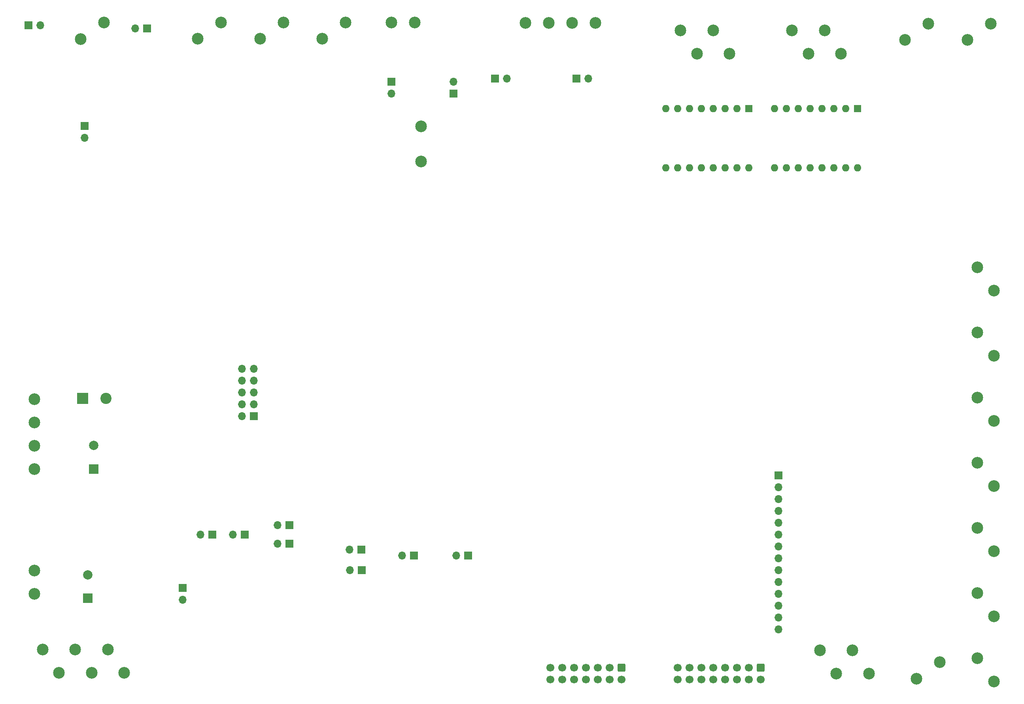
<source format=gbs>
G04 #@! TF.GenerationSoftware,KiCad,Pcbnew,6.0.7-f9a2dced07~116~ubuntu22.04.1*
G04 #@! TF.CreationDate,2022-08-10T15:47:32+03:00*
G04 #@! TF.ProjectId,Wirebonder,57697265-626f-46e6-9465-722e6b696361,rev?*
G04 #@! TF.SameCoordinates,Original*
G04 #@! TF.FileFunction,Soldermask,Bot*
G04 #@! TF.FilePolarity,Negative*
%FSLAX46Y46*%
G04 Gerber Fmt 4.6, Leading zero omitted, Abs format (unit mm)*
G04 Created by KiCad (PCBNEW 6.0.7-f9a2dced07~116~ubuntu22.04.1) date 2022-08-10 15:47:32*
%MOMM*%
%LPD*%
G01*
G04 APERTURE LIST*
G04 Aperture macros list*
%AMRoundRect*
0 Rectangle with rounded corners*
0 $1 Rounding radius*
0 $2 $3 $4 $5 $6 $7 $8 $9 X,Y pos of 4 corners*
0 Add a 4 corners polygon primitive as box body*
4,1,4,$2,$3,$4,$5,$6,$7,$8,$9,$2,$3,0*
0 Add four circle primitives for the rounded corners*
1,1,$1+$1,$2,$3*
1,1,$1+$1,$4,$5*
1,1,$1+$1,$6,$7*
1,1,$1+$1,$8,$9*
0 Add four rect primitives between the rounded corners*
20,1,$1+$1,$2,$3,$4,$5,0*
20,1,$1+$1,$4,$5,$6,$7,0*
20,1,$1+$1,$6,$7,$8,$9,0*
20,1,$1+$1,$8,$9,$2,$3,0*%
G04 Aperture macros list end*
%ADD10C,2.500000*%
%ADD11R,1.700000X1.700000*%
%ADD12O,1.700000X1.700000*%
%ADD13RoundRect,0.250000X-0.600000X0.600000X-0.600000X-0.600000X0.600000X-0.600000X0.600000X0.600000X0*%
%ADD14C,1.700000*%
%ADD15R,2.000000X2.000000*%
%ADD16C,2.000000*%
%ADD17R,1.600000X1.600000*%
%ADD18O,1.600000X1.600000*%
%ADD19R,2.400000X2.400000*%
%ADD20C,2.400000*%
G04 APERTURE END LIST*
D10*
X40640000Y-99180000D03*
X40640000Y-104180000D03*
X40640000Y-109180000D03*
X40640000Y-114180000D03*
X145785000Y-18515000D03*
X150785000Y-18515000D03*
X155785000Y-18515000D03*
X160785000Y-18515000D03*
D11*
X117045000Y-31100000D03*
D12*
X117045000Y-33640000D03*
D11*
X87585000Y-102855000D03*
D12*
X85045000Y-102855000D03*
X87585000Y-100315000D03*
X85045000Y-100315000D03*
X87585000Y-97775000D03*
X85045000Y-97775000D03*
X87585000Y-95235000D03*
X85045000Y-95235000D03*
X87585000Y-92695000D03*
X85045000Y-92695000D03*
D10*
X117085000Y-18415000D03*
X122085000Y-18415000D03*
X189465000Y-25080000D03*
X185965000Y-20080000D03*
X182465000Y-25080000D03*
X178965000Y-20080000D03*
X245385000Y-18675000D03*
X240385000Y-22175000D03*
X246060000Y-145730000D03*
X242560000Y-140730000D03*
X40640000Y-140930000D03*
X40640000Y-135930000D03*
D13*
X196165000Y-156717500D03*
D14*
X196165000Y-159257500D03*
X193625000Y-156717500D03*
X193625000Y-159257500D03*
X191085000Y-156717500D03*
X191085000Y-159257500D03*
X188545000Y-156717500D03*
X188545000Y-159257500D03*
X186005000Y-156717500D03*
X186005000Y-159257500D03*
X183465000Y-156717500D03*
X183465000Y-159257500D03*
X180925000Y-156717500D03*
X180925000Y-159257500D03*
X178385000Y-156717500D03*
X178385000Y-159257500D03*
D10*
X246060000Y-103820000D03*
X242560000Y-98820000D03*
D11*
X85675000Y-128260000D03*
D12*
X83135000Y-128260000D03*
D10*
X232050000Y-18675000D03*
X227050000Y-22175000D03*
D11*
X156670000Y-30470000D03*
D12*
X159210000Y-30470000D03*
D11*
X64720000Y-19675000D03*
D12*
X62180000Y-19675000D03*
D10*
X42365000Y-152870000D03*
X45865000Y-157870000D03*
X49365000Y-152870000D03*
X52865000Y-157870000D03*
X56365000Y-152870000D03*
X59865000Y-157870000D03*
D11*
X139265000Y-30470000D03*
D12*
X141805000Y-30470000D03*
D10*
X213365000Y-25080000D03*
X209865000Y-20080000D03*
X206365000Y-25080000D03*
X202865000Y-20080000D03*
D15*
X53340000Y-114127677D03*
D16*
X53340000Y-109127677D03*
D13*
X166320000Y-156717500D03*
D14*
X166320000Y-159257500D03*
X163780000Y-156717500D03*
X163780000Y-159257500D03*
X161240000Y-156717500D03*
X161240000Y-159257500D03*
X158700000Y-156717500D03*
X158700000Y-159257500D03*
X156160000Y-156717500D03*
X156160000Y-159257500D03*
X153620000Y-156717500D03*
X153620000Y-159257500D03*
X151080000Y-156717500D03*
X151080000Y-159257500D03*
D15*
X52070000Y-141885354D03*
D16*
X52070000Y-136885354D03*
D10*
X107265000Y-18405000D03*
X102265000Y-21905000D03*
X229495000Y-159105000D03*
X234495000Y-155605000D03*
X246060000Y-159700000D03*
X242560000Y-154700000D03*
D11*
X95200000Y-126228000D03*
D12*
X92660000Y-126228000D03*
D11*
X95195000Y-130165000D03*
D12*
X92655000Y-130165000D03*
D11*
X78695000Y-128260000D03*
D12*
X76155000Y-128260000D03*
D11*
X39310000Y-19040000D03*
D12*
X41850000Y-19040000D03*
D11*
X72340000Y-139685000D03*
D12*
X72340000Y-142225000D03*
D17*
X216890000Y-36830000D03*
D18*
X214350000Y-36830000D03*
X211810000Y-36830000D03*
X209270000Y-36830000D03*
X206730000Y-36830000D03*
X204190000Y-36830000D03*
X201650000Y-36830000D03*
X199110000Y-36830000D03*
X199110000Y-49530000D03*
X201650000Y-49530000D03*
X204190000Y-49530000D03*
X206730000Y-49530000D03*
X209270000Y-49530000D03*
X211810000Y-49530000D03*
X214350000Y-49530000D03*
X216890000Y-49530000D03*
D11*
X199975000Y-115560000D03*
D12*
X199975000Y-118100000D03*
X199975000Y-120640000D03*
X199975000Y-123180000D03*
X199975000Y-125720000D03*
X199975000Y-128260000D03*
X199975000Y-130800000D03*
X199975000Y-133340000D03*
X199975000Y-135880000D03*
X199975000Y-138420000D03*
X199975000Y-140960000D03*
X199975000Y-143500000D03*
X199975000Y-146040000D03*
X199975000Y-148580000D03*
D17*
X193625000Y-36830000D03*
D18*
X191085000Y-36830000D03*
X188545000Y-36830000D03*
X186005000Y-36830000D03*
X183465000Y-36830000D03*
X180925000Y-36830000D03*
X178385000Y-36830000D03*
X175845000Y-36830000D03*
X175845000Y-49530000D03*
X178385000Y-49530000D03*
X180925000Y-49530000D03*
X183465000Y-49530000D03*
X186005000Y-49530000D03*
X188545000Y-49530000D03*
X191085000Y-49530000D03*
X193625000Y-49530000D03*
D11*
X110667500Y-135880000D03*
D12*
X108127500Y-135880000D03*
D10*
X123395000Y-40690000D03*
X123395000Y-48190000D03*
X80595000Y-18405000D03*
X75595000Y-21905000D03*
X208810000Y-153065000D03*
X212310000Y-158065000D03*
X215810000Y-153065000D03*
X219310000Y-158065000D03*
X246060000Y-131760000D03*
X242560000Y-126760000D03*
X246060000Y-117790000D03*
X242560000Y-112790000D03*
X93930000Y-18405000D03*
X88930000Y-21905000D03*
X55515000Y-18445000D03*
X50515000Y-21945000D03*
D11*
X133522500Y-132705000D03*
D12*
X130982500Y-132705000D03*
D11*
X130380000Y-33650000D03*
D12*
X130380000Y-31110000D03*
D11*
X51380000Y-40625000D03*
D12*
X51380000Y-43165000D03*
D10*
X246060000Y-75880000D03*
X242560000Y-70880000D03*
X246060000Y-89850000D03*
X242560000Y-84850000D03*
D19*
X50966041Y-99050000D03*
D20*
X55966041Y-99050000D03*
D11*
X121875000Y-132705000D03*
D12*
X119335000Y-132705000D03*
D11*
X110662500Y-131435000D03*
D12*
X108122500Y-131435000D03*
M02*

</source>
